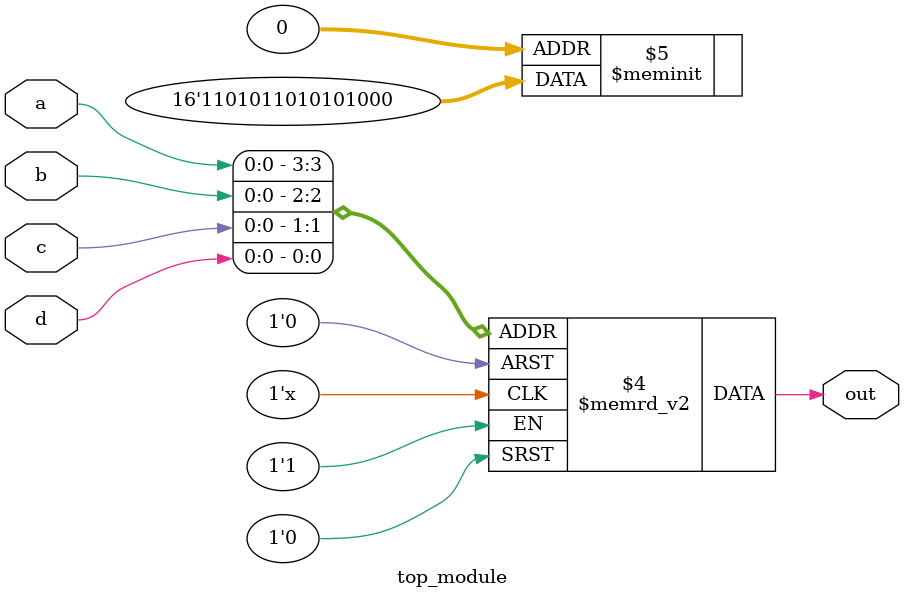
<source format=sv>
module top_module (
	input a, 
	input b,
	input c,
	input d,
	output reg out
);
	
	always @* begin
		case ({a, b, c, d})
			4'b0000: out = 1'b0;
			4'b0001: out = 1'b0;
			4'b0010: out = 1'b0;
			4'b0011: out = 1'b1;
			4'b0100: out = 1'b0;
			4'b0101: out = 1'b1;
			4'b0110: out = 1'b0;
			4'b0111: out = 1'b1;
			4'b1000: out = 1'b0;
			4'b1001: out = 1'b1;
			4'b1010: out = 1'b1;
			4'b1011: out = 1'b0;
			4'b1100: out = 1'b1;
			4'b1101: out = 1'b0;
			4'b1110: out = 1'b1;
			4'b1111: out = 1'b1;
		endcase
	end
endmodule

</source>
